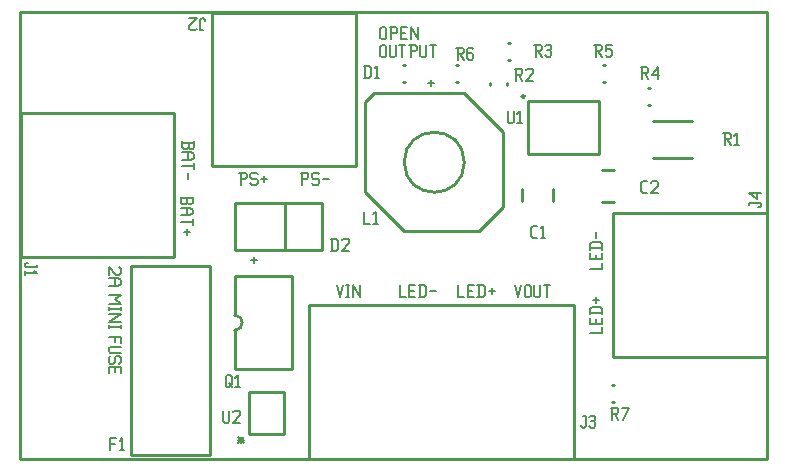
<source format=gbr>
G04 start of page 8 for group -4079 idx -4079 *
G04 Title: (unknown), topsilk *
G04 Creator: pcb 4.0.2 *
G04 CreationDate: Thu Apr 18 02:51:52 2019 UTC *
G04 For: ndholmes *
G04 Format: Gerber/RS-274X *
G04 PCB-Dimensions (mil): 2500.00 1500.00 *
G04 PCB-Coordinate-Origin: lower left *
%MOIN*%
%FSLAX25Y25*%
%LNTOPSILK*%
%ADD47C,0.0080*%
%ADD46C,0.0100*%
G54D46*X249500Y500D02*X70500D01*
Y149500D02*X249500D01*
Y500D01*
X500Y149500D02*X76500D01*
X500D02*Y500D01*
X82500D01*
G54D47*X120500Y144000D02*Y141000D01*
Y144000D02*X121000Y144500D01*
X122000D01*
X122500Y144000D01*
Y141000D01*
X122000Y140500D02*X122500Y141000D01*
X121000Y140500D02*X122000D01*
X120500Y141000D02*X121000Y140500D01*
X124200Y144500D02*Y140500D01*
X123700Y144500D02*X125700D01*
X126200Y144000D01*
Y143000D01*
X125700Y142500D02*X126200Y143000D01*
X124200Y142500D02*X125700D01*
X127400Y142700D02*X128900D01*
X127400Y140500D02*X129400D01*
X127400Y144500D02*Y140500D01*
Y144500D02*X129400D01*
X130600D02*Y140500D01*
Y144500D02*X133100Y140500D01*
Y144500D02*Y140500D01*
X127000Y58500D02*Y54500D01*
X129000D01*
X130200Y56700D02*X131700D01*
X130200Y54500D02*X132200D01*
X130200Y58500D02*Y54500D01*
Y58500D02*X132200D01*
X133900D02*Y54500D01*
X135200Y58500D02*X135900Y57800D01*
Y55200D01*
X135200Y54500D02*X135900Y55200D01*
X133400Y54500D02*X135200D01*
X133400Y58500D02*X135200D01*
X137100Y56500D02*X139100D01*
X73000Y8000D02*X75000Y6000D01*
X73000D02*X75000Y8000D01*
X73000Y7000D02*X75000D01*
X74000Y8000D02*Y6000D01*
X33500Y64500D02*X34000Y64000D01*
Y62500D01*
X33500Y62000D01*
X32500D02*X33500D01*
X30000Y64500D02*X32500Y62000D01*
X30000Y64500D02*Y62000D01*
Y60800D02*X33000D01*
X34000Y60100D01*
Y59000D01*
X33000Y58300D01*
X30000D02*X33000D01*
X32000Y60800D02*Y58300D01*
X30000Y55300D02*X34000D01*
X32000Y53800D01*
X34000Y52300D01*
X30000D02*X34000D01*
Y51100D02*Y50100D01*
X30000Y50600D02*X34000D01*
X30000Y51100D02*Y50100D01*
Y48900D02*X34000D01*
X30000Y46400D01*
X34000D01*
Y45200D02*Y44200D01*
X30000Y44700D02*X34000D01*
X30000Y45200D02*Y44200D01*
Y41200D02*X34000D01*
Y39200D01*
X32200Y41200D02*Y39700D01*
X30500Y38000D02*X34000D01*
X30500D02*X30000Y37500D01*
Y36500D01*
X30500Y36000D01*
X34000D01*
Y32800D02*X33500Y32300D01*
X34000Y34300D02*Y32800D01*
X33500Y34800D02*X34000Y34300D01*
X32500Y34800D02*X33500D01*
X32500D02*X32000Y34300D01*
Y32800D01*
X31500Y32300D01*
X30500D02*X31500D01*
X30000Y32800D02*X30500Y32300D01*
X30000Y34300D02*Y32800D01*
X30500Y34800D02*X30000Y34300D01*
X32200Y31100D02*Y29600D01*
X30000Y31100D02*Y29100D01*
Y31100D02*X34000D01*
Y29100D01*
X54000Y88000D02*Y86000D01*
X54500Y85500D01*
X55700D01*
X56200Y86000D02*X55700Y85500D01*
X56200Y87500D02*Y86000D01*
X54000Y87500D02*X58000D01*
Y88000D02*Y86000D01*
X57500Y85500D01*
X56700D02*X57500D01*
X56200Y86000D02*X56700Y85500D01*
X54000Y84300D02*X57000D01*
X58000Y83600D01*
Y82500D01*
X57000Y81800D01*
X54000D02*X57000D01*
X56000Y84300D02*Y81800D01*
X58000Y80600D02*Y78600D01*
X54000Y79600D02*X58000D01*
X56000Y77400D02*Y75400D01*
X55000Y76400D02*X57000D01*
X54500Y106500D02*Y104500D01*
X55000Y104000D01*
X56200D01*
X56700Y104500D02*X56200Y104000D01*
X56700Y106000D02*Y104500D01*
X54500Y106000D02*X58500D01*
Y106500D02*Y104500D01*
X58000Y104000D01*
X57200D02*X58000D01*
X56700Y104500D02*X57200Y104000D01*
X54500Y102800D02*X57500D01*
X58500Y102100D01*
Y101000D01*
X57500Y100300D01*
X54500D02*X57500D01*
X56500Y102800D02*Y100300D01*
X58500Y99100D02*Y97100D01*
X54500Y98100D02*X58500D01*
X56500Y95900D02*Y93900D01*
X106000Y58500D02*X107000Y54500D01*
X108000Y58500D01*
X109200D02*X110200D01*
X109700D02*Y54500D01*
X109200D02*X110200D01*
X111400Y58500D02*Y54500D01*
Y58500D02*X113900Y54500D01*
Y58500D02*Y54500D01*
X74000Y96000D02*Y92000D01*
X73500Y96000D02*X75500D01*
X76000Y95500D01*
Y94500D01*
X75500Y94000D02*X76000Y94500D01*
X74000Y94000D02*X75500D01*
X79200Y96000D02*X79700Y95500D01*
X77700Y96000D02*X79200D01*
X77200Y95500D02*X77700Y96000D01*
X77200Y95500D02*Y94500D01*
X77700Y94000D01*
X79200D01*
X79700Y93500D01*
Y92500D01*
X79200Y92000D02*X79700Y92500D01*
X77700Y92000D02*X79200D01*
X77200Y92500D02*X77700Y92000D01*
X80900Y94000D02*X82900D01*
X81900Y95000D02*Y93000D01*
X94500Y96000D02*Y92000D01*
X94000Y96000D02*X96000D01*
X96500Y95500D01*
Y94500D01*
X96000Y94000D02*X96500Y94500D01*
X94500Y94000D02*X96000D01*
X99700Y96000D02*X100200Y95500D01*
X98200Y96000D02*X99700D01*
X97700Y95500D02*X98200Y96000D01*
X97700Y95500D02*Y94500D01*
X98200Y94000D01*
X99700D01*
X100200Y93500D01*
Y92500D01*
X99700Y92000D02*X100200Y92500D01*
X98200Y92000D02*X99700D01*
X97700Y92500D02*X98200Y92000D01*
X101400Y94000D02*X103400D01*
X77500Y67000D02*X79500D01*
X78500Y68000D02*Y66000D01*
X136500Y126000D02*X138500D01*
X137500Y127000D02*Y125000D01*
X190500Y42500D02*X194500D01*
Y44500D02*Y42500D01*
X192300Y47200D02*Y45700D01*
X194500Y47700D02*Y45700D01*
X190500D02*X194500D01*
X190500Y47700D02*Y45700D01*
Y49400D02*X194500D01*
X190500Y50700D02*X191200Y51400D01*
X193800D01*
X194500Y50700D02*X193800Y51400D01*
X194500Y50700D02*Y48900D01*
X190500Y50700D02*Y48900D01*
X192500Y54600D02*Y52600D01*
X191500Y53600D02*X193500D01*
X190500Y64000D02*X194500D01*
Y66000D02*Y64000D01*
X192300Y68700D02*Y67200D01*
X194500Y69200D02*Y67200D01*
X190500D02*X194500D01*
X190500Y69200D02*Y67200D01*
Y70900D02*X194500D01*
X190500Y72200D02*X191200Y72900D01*
X193800D01*
X194500Y72200D02*X193800Y72900D01*
X194500Y72200D02*Y70400D01*
X190500Y72200D02*Y70400D01*
X192500Y76100D02*Y74100D01*
X165500Y58500D02*X166500Y54500D01*
X167500Y58500D01*
X168700Y58000D02*Y55000D01*
Y58000D02*X169200Y58500D01*
X170200D01*
X170700Y58000D01*
Y55000D01*
X170200Y54500D02*X170700Y55000D01*
X169200Y54500D02*X170200D01*
X168700Y55000D02*X169200Y54500D01*
X171900Y58500D02*Y55000D01*
X172400Y54500D01*
X173400D01*
X173900Y55000D01*
Y58500D02*Y55000D01*
X175100Y58500D02*X177100D01*
X176100D02*Y54500D01*
X120500Y138000D02*Y135000D01*
Y138000D02*X121000Y138500D01*
X122000D01*
X122500Y138000D01*
Y135000D01*
X122000Y134500D02*X122500Y135000D01*
X121000Y134500D02*X122000D01*
X120500Y135000D02*X121000Y134500D01*
X123700Y138500D02*Y135000D01*
X124200Y134500D01*
X125200D01*
X125700Y135000D01*
Y138500D02*Y135000D01*
X126900Y138500D02*X128900D01*
X127900D02*Y134500D01*
X130600Y138500D02*Y134500D01*
X130100Y138500D02*X132100D01*
X132600Y138000D01*
Y137000D01*
X132100Y136500D02*X132600Y137000D01*
X130600Y136500D02*X132100D01*
X133800Y138500D02*Y135000D01*
X134300Y134500D01*
X135300D01*
X135800Y135000D01*
Y138500D02*Y135000D01*
X137000Y138500D02*X139000D01*
X138000D02*Y134500D01*
X146500Y58500D02*Y54500D01*
X148500D01*
X149700Y56700D02*X151200D01*
X149700Y54500D02*X151700D01*
X149700Y58500D02*Y54500D01*
Y58500D02*X151700D01*
X153400D02*Y54500D01*
X154700Y58500D02*X155400Y57800D01*
Y55200D01*
X154700Y54500D02*X155400Y55200D01*
X152900Y54500D02*X154700D01*
X152900Y58500D02*X154700D01*
X156600Y56500D02*X158600D01*
X157600Y57500D02*Y55500D01*
G54D46*X194607Y131755D02*X195393D01*
X194607Y126245D02*X195393D01*
X209607Y124255D02*X210393D01*
X209607Y118745D02*X210393D01*
X194437Y86186D02*X198373D01*
X194437Y96814D02*X198373D01*
X211476Y113100D02*X224476D01*
X211476Y100900D02*X224476D01*
X162755Y125936D02*Y125150D01*
X157245Y125936D02*Y125150D01*
X163107Y133745D02*X163893D01*
X163107Y139255D02*X163893D01*
X145607Y131755D02*X146393D01*
X145607Y126245D02*X146393D01*
X128107Y131755D02*X128893D01*
X128107Y126245D02*X128893D01*
X128500Y76500D02*X153500D01*
X128500D02*X115500Y89500D01*
Y119500D02*Y89500D01*
Y119500D02*X118500Y122500D01*
X148500D01*
X161500Y109500D01*
Y84500D01*
X153500Y76500D01*
X148500Y99500D02*G75*G03X148500Y99500I-10000J0D01*G01*
X72000Y30500D02*X91000D01*
Y61500D02*Y30500D01*
X72000Y61500D02*X91000D01*
X72000Y43500D02*Y30500D01*
Y61500D02*Y48500D01*
Y43500D02*G75*G03X72000Y48500I0J2500D01*G01*
X76600Y22800D02*Y8900D01*
X88400D01*
Y22800D01*
X76600D01*
X96906Y51811D02*Y630D01*
Y51811D02*X185094D01*
Y630D01*
X96906D02*X185094D01*
X112516Y149370D02*Y98189D01*
X64484D02*X112516D01*
X64484Y149370D02*Y98189D01*
Y149370D02*X112516D01*
X71933Y85874D02*X101067D01*
Y70126D01*
X71933D02*X101067D01*
X71933Y85874D02*Y70126D01*
X88900Y85874D02*Y70126D01*
X169689Y119858D02*X193311D01*
Y102142D01*
X169689D01*
Y119858D01*
X167689Y121358D02*G75*G03X167689Y121358I500J0D01*G01*
X167591Y90468D02*Y86532D01*
X178219Y90468D02*Y86532D01*
X197607Y19745D02*X198393D01*
X197607Y25255D02*X198393D01*
X198189Y34484D02*X249370D01*
X198189Y82516D02*Y34484D01*
Y82516D02*X249370D01*
Y34484D01*
X630Y116016D02*X51811D01*
Y67984D01*
X630D02*X51811D01*
X630Y116016D02*Y67984D01*
X63750Y65000D02*Y2000D01*
X37250D02*X63750D01*
X37250Y65000D02*Y2000D01*
Y65000D02*X63750D01*
G54D47*X191893Y138650D02*X193893D01*
X194393Y138150D01*
Y137150D01*
X193893Y136650D02*X194393Y137150D01*
X192393Y136650D02*X193893D01*
X192393Y138650D02*Y134650D01*
X193193Y136650D02*X194393Y134650D01*
X195593Y138650D02*X197593D01*
X195593D02*Y136650D01*
X196093Y137150D01*
X197093D01*
X197593Y136650D01*
Y135150D01*
X197093Y134650D02*X197593Y135150D01*
X196093Y134650D02*X197093D01*
X195593Y135150D02*X196093Y134650D01*
X207307Y131150D02*X209307D01*
X209807Y130650D01*
Y129650D01*
X209307Y129150D02*X209807Y129650D01*
X207807Y129150D02*X209307D01*
X207807Y131150D02*Y127150D01*
X208607Y129150D02*X209807Y127150D01*
X211007Y128650D02*X213007Y131150D01*
X211007Y128650D02*X213507D01*
X213007Y131150D02*Y127150D01*
X208145Y89150D02*X209445D01*
X207445Y89850D02*X208145Y89150D01*
X207445Y92450D02*Y89850D01*
Y92450D02*X208145Y93150D01*
X209445D01*
X210645Y92650D02*X211145Y93150D01*
X212645D01*
X213145Y92650D01*
Y91650D01*
X210645Y89150D02*X213145Y91650D01*
X210645Y89150D02*X213145D01*
X234826Y109150D02*X236826D01*
X237326Y108650D01*
Y107650D01*
X236826Y107150D02*X237326Y107650D01*
X235326Y107150D02*X236826D01*
X235326Y109150D02*Y105150D01*
X236126Y107150D02*X237326Y105150D01*
X238526Y108350D02*X239326Y109150D01*
Y105150D01*
X238526D02*X240026D01*
X165307Y130650D02*X167307D01*
X167807Y130150D01*
Y129150D01*
X167307Y128650D02*X167807Y129150D01*
X165807Y128650D02*X167307D01*
X165807Y130650D02*Y126650D01*
X166607Y128650D02*X167807Y126650D01*
X169007Y130150D02*X169507Y130650D01*
X171007D01*
X171507Y130150D01*
Y129150D01*
X169007Y126650D02*X171507Y129150D01*
X169007Y126650D02*X171507D01*
X171807Y138650D02*X173807D01*
X174307Y138150D01*
Y137150D01*
X173807Y136650D02*X174307Y137150D01*
X172307Y136650D02*X173807D01*
X172307Y138650D02*Y134650D01*
X173107Y136650D02*X174307Y134650D01*
X175507Y138150D02*X176007Y138650D01*
X177007D01*
X177507Y138150D01*
X177007Y134650D02*X177507Y135150D01*
X176007Y134650D02*X177007D01*
X175507Y135150D02*X176007Y134650D01*
Y136850D02*X177007D01*
X177507Y138150D02*Y137350D01*
Y136350D02*Y135150D01*
Y136350D02*X177007Y136850D01*
X177507Y137350D02*X177007Y136850D01*
X145807Y137650D02*X147807D01*
X148307Y137150D01*
Y136150D01*
X147807Y135650D02*X148307Y136150D01*
X146307Y135650D02*X147807D01*
X146307Y137650D02*Y133650D01*
X147107Y135650D02*X148307Y133650D01*
X151007Y137650D02*X151507Y137150D01*
X150007Y137650D02*X151007D01*
X149507Y137150D02*X150007Y137650D01*
X149507Y137150D02*Y134150D01*
X150007Y133650D01*
X151007Y135850D02*X151507Y135350D01*
X149507Y135850D02*X151007D01*
X150007Y133650D02*X151007D01*
X151507Y134150D01*
Y135350D02*Y134150D01*
X163000Y116500D02*Y113000D01*
X163500Y112500D01*
X164500D01*
X165000Y113000D01*
Y116500D02*Y113000D01*
X166200Y115700D02*X167000Y116500D01*
Y112500D01*
X166200D02*X167700D01*
X171550Y74245D02*X172850D01*
X170850Y74945D02*X171550Y74245D01*
X170850Y77545D02*Y74945D01*
Y77545D02*X171550Y78245D01*
X172850D01*
X174050Y77445D02*X174850Y78245D01*
Y74245D01*
X174050D02*X175550D01*
X197307Y17607D02*X199307D01*
X199807Y17107D01*
Y16107D01*
X199307Y15607D02*X199807Y16107D01*
X197807Y15607D02*X199307D01*
X197807Y17607D02*Y13607D01*
X198607Y15607D02*X199807Y13607D01*
X201507D02*X203507Y17607D01*
X201007D02*X203507D01*
X188200Y15000D02*X189000D01*
Y11500D01*
X188500Y11000D02*X189000Y11500D01*
X188000Y11000D02*X188500D01*
X187500Y11500D02*X188000Y11000D01*
X187500Y12000D02*Y11500D01*
X190200Y14500D02*X190700Y15000D01*
X191700D01*
X192200Y14500D01*
X191700Y11000D02*X192200Y11500D01*
X190700Y11000D02*X191700D01*
X190200Y11500D02*X190700Y11000D01*
Y13200D02*X191700D01*
X192200Y14500D02*Y13700D01*
Y12700D02*Y11500D01*
Y12700D02*X191700Y13200D01*
X192200Y13700D02*X191700Y13200D01*
X243500Y86000D02*Y85200D01*
Y86000D02*X247000D01*
X247500Y85500D02*X247000Y86000D01*
X247500Y85500D02*Y85000D01*
X247000Y84500D02*X247500Y85000D01*
X246500Y84500D02*X247000D01*
X246000Y87200D02*X243500Y89200D01*
X246000Y89700D02*Y87200D01*
X243500Y89200D02*X247500D01*
X115000Y83000D02*Y79000D01*
X117000D01*
X118200Y82200D02*X119000Y83000D01*
Y79000D01*
X118200D02*X119700D01*
X115436Y131650D02*Y127650D01*
X116736Y131650D02*X117436Y130950D01*
Y128350D01*
X116736Y127650D02*X117436Y128350D01*
X114936Y127650D02*X116736D01*
X114936Y131650D02*X116736D01*
X118636Y130850D02*X119436Y131650D01*
Y127650D01*
X118636D02*X120136D01*
X104500Y74000D02*Y70000D01*
X105800Y74000D02*X106500Y73300D01*
Y70700D01*
X105800Y70000D02*X106500Y70700D01*
X104000Y70000D02*X105800D01*
X104000Y74000D02*X105800D01*
X107700Y73500D02*X108200Y74000D01*
X109700D01*
X110200Y73500D01*
Y72500D01*
X107700Y70000D02*X110200Y72500D01*
X107700Y70000D02*X110200D01*
X69000Y28000D02*Y25000D01*
Y28000D02*X69500Y28500D01*
X70500D01*
X71000Y28000D01*
Y25500D01*
X70000Y24500D02*X71000Y25500D01*
X69500Y24500D02*X70000D01*
X69000Y25000D02*X69500Y24500D01*
X70000Y26000D02*X71000Y24500D01*
X72200Y27700D02*X73000Y28500D01*
Y24500D01*
X72200D02*X73700D01*
X60500Y143500D02*X61300D01*
X60500Y147000D02*Y143500D01*
X61000Y147500D02*X60500Y147000D01*
X61000Y147500D02*X61500D01*
X62000Y147000D02*X61500Y147500D01*
X62000Y147000D02*Y146500D01*
X59300Y144000D02*X58800Y143500D01*
X57300D02*X58800D01*
X57300D02*X56800Y144000D01*
Y145000D02*Y144000D01*
X59300Y147500D02*X56800Y145000D01*
Y147500D02*X59300D01*
X68200Y16600D02*Y13100D01*
X68700Y12600D01*
X69700D01*
X70200Y13100D01*
Y16600D02*Y13100D01*
X71400Y16100D02*X71900Y16600D01*
X73400D01*
X73900Y16100D01*
Y15100D01*
X71400Y12600D02*X73900Y15100D01*
X71400Y12600D02*X73900D01*
X6000Y65300D02*Y64500D01*
X2500D02*X6000D01*
X2000Y65000D02*X2500Y64500D01*
X2000Y65500D02*Y65000D01*
X2500Y66000D02*X2000Y65500D01*
X2500Y66000D02*X3000D01*
X5200Y63300D02*X6000Y62500D01*
X2000D02*X6000D01*
X2000Y63300D02*Y61800D01*
X30500Y7500D02*Y3500D01*
Y7500D02*X32500D01*
X30500Y5700D02*X32000D01*
X33700Y6700D02*X34500Y7500D01*
Y3500D01*
X33700D02*X35200D01*
M02*

</source>
